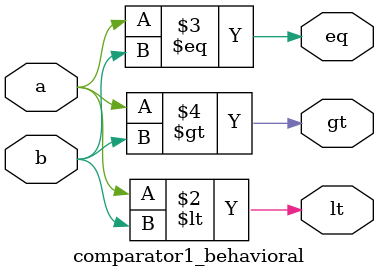
<source format=v>
module comparator1_behavioral (lt, eq, gt, a, b);

    //Output points
    output lt, eq, gt;

    //Input ports
    input a, b;

    //Behavioral 
    always @ (*) begin
        lt = (a < b);
        eq = (a == b);
        gt = (a > b);
    end
endmodule
</source>
